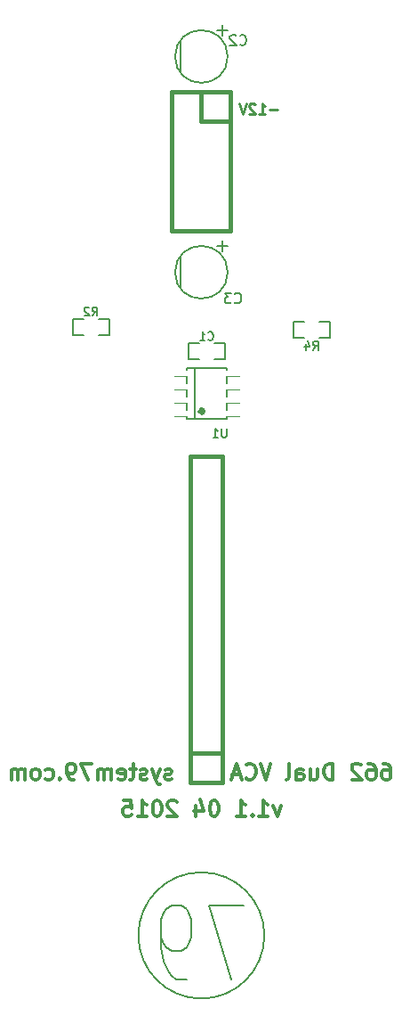
<source format=gbo>
%FSLAX46Y46*%
G04 Gerber Fmt 4.6, Leading zero omitted, Abs format (unit mm)*
G04 Created by KiCad (PCBNEW (2014-09-02 BZR 5112)-product) date 2015-04-07 11:50:48 AM*
%MOMM*%
G01*
G04 APERTURE LIST*
%ADD10C,0.150000*%
%ADD11C,0.300000*%
%ADD12C,0.250000*%
%ADD13C,0.406400*%
%ADD14C,0.066040*%
%ADD15C,0.203200*%
%ADD16C,0.127000*%
%ADD17C,0.381000*%
%ADD18C,0.200000*%
%ADD19C,0.152400*%
%ADD20R,2.199640X0.599440*%
%ADD21R,1.143000X1.397000*%
%ADD22O,3.500000X5.000000*%
%ADD23O,2.000000X3.500000*%
%ADD24O,3.500000X3.500000*%
%ADD25R,1.998980X1.998980*%
%ADD26C,1.998980*%
%ADD27O,2.500000X3.500000*%
%ADD28C,1.750000*%
%ADD29R,1.400000X1.400000*%
%ADD30C,1.400000*%
G04 APERTURE END LIST*
D10*
D11*
X231071426Y-181678571D02*
X230714283Y-182678571D01*
X230357141Y-181678571D01*
X228999998Y-182678571D02*
X229857141Y-182678571D01*
X229428569Y-182678571D02*
X229428569Y-181178571D01*
X229571426Y-181392857D01*
X229714284Y-181535714D01*
X229857141Y-181607143D01*
X228357141Y-182535714D02*
X228285713Y-182607143D01*
X228357141Y-182678571D01*
X228428570Y-182607143D01*
X228357141Y-182535714D01*
X228357141Y-182678571D01*
X226857141Y-182678571D02*
X227714284Y-182678571D01*
X227285712Y-182678571D02*
X227285712Y-181178571D01*
X227428569Y-181392857D01*
X227571427Y-181535714D01*
X227714284Y-181607143D01*
X224785713Y-181178571D02*
X224642856Y-181178571D01*
X224499999Y-181250000D01*
X224428570Y-181321429D01*
X224357141Y-181464286D01*
X224285713Y-181750000D01*
X224285713Y-182107143D01*
X224357141Y-182392857D01*
X224428570Y-182535714D01*
X224499999Y-182607143D01*
X224642856Y-182678571D01*
X224785713Y-182678571D01*
X224928570Y-182607143D01*
X224999999Y-182535714D01*
X225071427Y-182392857D01*
X225142856Y-182107143D01*
X225142856Y-181750000D01*
X225071427Y-181464286D01*
X224999999Y-181321429D01*
X224928570Y-181250000D01*
X224785713Y-181178571D01*
X222999999Y-181678571D02*
X222999999Y-182678571D01*
X223357142Y-181107143D02*
X223714285Y-182178571D01*
X222785713Y-182178571D01*
X221142857Y-181321429D02*
X221071428Y-181250000D01*
X220928571Y-181178571D01*
X220571428Y-181178571D01*
X220428571Y-181250000D01*
X220357142Y-181321429D01*
X220285714Y-181464286D01*
X220285714Y-181607143D01*
X220357142Y-181821429D01*
X221214285Y-182678571D01*
X220285714Y-182678571D01*
X219357143Y-181178571D02*
X219214286Y-181178571D01*
X219071429Y-181250000D01*
X219000000Y-181321429D01*
X218928571Y-181464286D01*
X218857143Y-181750000D01*
X218857143Y-182107143D01*
X218928571Y-182392857D01*
X219000000Y-182535714D01*
X219071429Y-182607143D01*
X219214286Y-182678571D01*
X219357143Y-182678571D01*
X219500000Y-182607143D01*
X219571429Y-182535714D01*
X219642857Y-182392857D01*
X219714286Y-182107143D01*
X219714286Y-181750000D01*
X219642857Y-181464286D01*
X219571429Y-181321429D01*
X219500000Y-181250000D01*
X219357143Y-181178571D01*
X217428572Y-182678571D02*
X218285715Y-182678571D01*
X217857143Y-182678571D02*
X217857143Y-181178571D01*
X218000000Y-181392857D01*
X218142858Y-181535714D01*
X218285715Y-181607143D01*
X216071429Y-181178571D02*
X216785715Y-181178571D01*
X216857144Y-181892857D01*
X216785715Y-181821429D01*
X216642858Y-181750000D01*
X216285715Y-181750000D01*
X216142858Y-181821429D01*
X216071429Y-181892857D01*
X216000001Y-182035714D01*
X216000001Y-182392857D01*
X216071429Y-182535714D01*
X216142858Y-182607143D01*
X216285715Y-182678571D01*
X216642858Y-182678571D01*
X216785715Y-182607143D01*
X216857144Y-182535714D01*
X240821427Y-177678571D02*
X241107141Y-177678571D01*
X241249998Y-177750000D01*
X241321427Y-177821429D01*
X241464284Y-178035714D01*
X241535713Y-178321429D01*
X241535713Y-178892857D01*
X241464284Y-179035714D01*
X241392856Y-179107143D01*
X241249998Y-179178571D01*
X240964284Y-179178571D01*
X240821427Y-179107143D01*
X240749998Y-179035714D01*
X240678570Y-178892857D01*
X240678570Y-178535714D01*
X240749998Y-178392857D01*
X240821427Y-178321429D01*
X240964284Y-178250000D01*
X241249998Y-178250000D01*
X241392856Y-178321429D01*
X241464284Y-178392857D01*
X241535713Y-178535714D01*
X239392856Y-177678571D02*
X239678570Y-177678571D01*
X239821427Y-177750000D01*
X239892856Y-177821429D01*
X240035713Y-178035714D01*
X240107142Y-178321429D01*
X240107142Y-178892857D01*
X240035713Y-179035714D01*
X239964285Y-179107143D01*
X239821427Y-179178571D01*
X239535713Y-179178571D01*
X239392856Y-179107143D01*
X239321427Y-179035714D01*
X239249999Y-178892857D01*
X239249999Y-178535714D01*
X239321427Y-178392857D01*
X239392856Y-178321429D01*
X239535713Y-178250000D01*
X239821427Y-178250000D01*
X239964285Y-178321429D01*
X240035713Y-178392857D01*
X240107142Y-178535714D01*
X238678571Y-177821429D02*
X238607142Y-177750000D01*
X238464285Y-177678571D01*
X238107142Y-177678571D01*
X237964285Y-177750000D01*
X237892856Y-177821429D01*
X237821428Y-177964286D01*
X237821428Y-178107143D01*
X237892856Y-178321429D01*
X238749999Y-179178571D01*
X237821428Y-179178571D01*
X236035714Y-179178571D02*
X236035714Y-177678571D01*
X235678571Y-177678571D01*
X235464286Y-177750000D01*
X235321428Y-177892857D01*
X235250000Y-178035714D01*
X235178571Y-178321429D01*
X235178571Y-178535714D01*
X235250000Y-178821429D01*
X235321428Y-178964286D01*
X235464286Y-179107143D01*
X235678571Y-179178571D01*
X236035714Y-179178571D01*
X233892857Y-178178571D02*
X233892857Y-179178571D01*
X234535714Y-178178571D02*
X234535714Y-178964286D01*
X234464286Y-179107143D01*
X234321428Y-179178571D01*
X234107143Y-179178571D01*
X233964286Y-179107143D01*
X233892857Y-179035714D01*
X232535714Y-179178571D02*
X232535714Y-178392857D01*
X232607143Y-178250000D01*
X232750000Y-178178571D01*
X233035714Y-178178571D01*
X233178571Y-178250000D01*
X232535714Y-179107143D02*
X232678571Y-179178571D01*
X233035714Y-179178571D01*
X233178571Y-179107143D01*
X233250000Y-178964286D01*
X233250000Y-178821429D01*
X233178571Y-178678571D01*
X233035714Y-178607143D01*
X232678571Y-178607143D01*
X232535714Y-178535714D01*
X231607142Y-179178571D02*
X231750000Y-179107143D01*
X231821428Y-178964286D01*
X231821428Y-177678571D01*
X230107143Y-177678571D02*
X229607143Y-179178571D01*
X229107143Y-177678571D01*
X227750000Y-179035714D02*
X227821429Y-179107143D01*
X228035715Y-179178571D01*
X228178572Y-179178571D01*
X228392857Y-179107143D01*
X228535715Y-178964286D01*
X228607143Y-178821429D01*
X228678572Y-178535714D01*
X228678572Y-178321429D01*
X228607143Y-178035714D01*
X228535715Y-177892857D01*
X228392857Y-177750000D01*
X228178572Y-177678571D01*
X228035715Y-177678571D01*
X227821429Y-177750000D01*
X227750000Y-177821429D01*
X227178572Y-178750000D02*
X226464286Y-178750000D01*
X227321429Y-179178571D02*
X226821429Y-177678571D01*
X226321429Y-179178571D01*
X220678571Y-179107143D02*
X220535714Y-179178571D01*
X220249999Y-179178571D01*
X220107142Y-179107143D01*
X220035714Y-178964286D01*
X220035714Y-178892857D01*
X220107142Y-178750000D01*
X220249999Y-178678571D01*
X220464285Y-178678571D01*
X220607142Y-178607143D01*
X220678571Y-178464286D01*
X220678571Y-178392857D01*
X220607142Y-178250000D01*
X220464285Y-178178571D01*
X220249999Y-178178571D01*
X220107142Y-178250000D01*
X219535713Y-178178571D02*
X219178570Y-179178571D01*
X218821428Y-178178571D02*
X219178570Y-179178571D01*
X219321428Y-179535714D01*
X219392856Y-179607143D01*
X219535713Y-179678571D01*
X218321428Y-179107143D02*
X218178571Y-179178571D01*
X217892856Y-179178571D01*
X217749999Y-179107143D01*
X217678571Y-178964286D01*
X217678571Y-178892857D01*
X217749999Y-178750000D01*
X217892856Y-178678571D01*
X218107142Y-178678571D01*
X218249999Y-178607143D01*
X218321428Y-178464286D01*
X218321428Y-178392857D01*
X218249999Y-178250000D01*
X218107142Y-178178571D01*
X217892856Y-178178571D01*
X217749999Y-178250000D01*
X217249999Y-178178571D02*
X216678570Y-178178571D01*
X217035713Y-177678571D02*
X217035713Y-178964286D01*
X216964285Y-179107143D01*
X216821427Y-179178571D01*
X216678570Y-179178571D01*
X215607142Y-179107143D02*
X215749999Y-179178571D01*
X216035713Y-179178571D01*
X216178570Y-179107143D01*
X216249999Y-178964286D01*
X216249999Y-178392857D01*
X216178570Y-178250000D01*
X216035713Y-178178571D01*
X215749999Y-178178571D01*
X215607142Y-178250000D01*
X215535713Y-178392857D01*
X215535713Y-178535714D01*
X216249999Y-178678571D01*
X214892856Y-179178571D02*
X214892856Y-178178571D01*
X214892856Y-178321429D02*
X214821428Y-178250000D01*
X214678570Y-178178571D01*
X214464285Y-178178571D01*
X214321428Y-178250000D01*
X214249999Y-178392857D01*
X214249999Y-179178571D01*
X214249999Y-178392857D02*
X214178570Y-178250000D01*
X214035713Y-178178571D01*
X213821428Y-178178571D01*
X213678570Y-178250000D01*
X213607142Y-178392857D01*
X213607142Y-179178571D01*
X213035713Y-177678571D02*
X212035713Y-177678571D01*
X212678570Y-179178571D01*
X211392857Y-179178571D02*
X211107142Y-179178571D01*
X210964285Y-179107143D01*
X210892857Y-179035714D01*
X210749999Y-178821429D01*
X210678571Y-178535714D01*
X210678571Y-177964286D01*
X210749999Y-177821429D01*
X210821428Y-177750000D01*
X210964285Y-177678571D01*
X211249999Y-177678571D01*
X211392857Y-177750000D01*
X211464285Y-177821429D01*
X211535714Y-177964286D01*
X211535714Y-178321429D01*
X211464285Y-178464286D01*
X211392857Y-178535714D01*
X211249999Y-178607143D01*
X210964285Y-178607143D01*
X210821428Y-178535714D01*
X210749999Y-178464286D01*
X210678571Y-178321429D01*
X210035714Y-179035714D02*
X209964286Y-179107143D01*
X210035714Y-179178571D01*
X210107143Y-179107143D01*
X210035714Y-179035714D01*
X210035714Y-179178571D01*
X208678571Y-179107143D02*
X208821428Y-179178571D01*
X209107142Y-179178571D01*
X209250000Y-179107143D01*
X209321428Y-179035714D01*
X209392857Y-178892857D01*
X209392857Y-178464286D01*
X209321428Y-178321429D01*
X209250000Y-178250000D01*
X209107142Y-178178571D01*
X208821428Y-178178571D01*
X208678571Y-178250000D01*
X207821428Y-179178571D02*
X207964286Y-179107143D01*
X208035714Y-179035714D01*
X208107143Y-178892857D01*
X208107143Y-178464286D01*
X208035714Y-178321429D01*
X207964286Y-178250000D01*
X207821428Y-178178571D01*
X207607143Y-178178571D01*
X207464286Y-178250000D01*
X207392857Y-178321429D01*
X207321428Y-178464286D01*
X207321428Y-178892857D01*
X207392857Y-179035714D01*
X207464286Y-179107143D01*
X207607143Y-179178571D01*
X207821428Y-179178571D01*
X206678571Y-179178571D02*
X206678571Y-178178571D01*
X206678571Y-178321429D02*
X206607143Y-178250000D01*
X206464285Y-178178571D01*
X206250000Y-178178571D01*
X206107143Y-178250000D01*
X206035714Y-178392857D01*
X206035714Y-179178571D01*
X206035714Y-178392857D02*
X205964285Y-178250000D01*
X205821428Y-178178571D01*
X205607143Y-178178571D01*
X205464285Y-178250000D01*
X205392857Y-178392857D01*
X205392857Y-179178571D01*
D12*
X230761905Y-115571429D02*
X230000000Y-115571429D01*
X229000000Y-115952381D02*
X229571429Y-115952381D01*
X229285715Y-115952381D02*
X229285715Y-114952381D01*
X229380953Y-115095238D01*
X229476191Y-115190476D01*
X229571429Y-115238095D01*
X228619048Y-115047619D02*
X228571429Y-115000000D01*
X228476191Y-114952381D01*
X228238095Y-114952381D01*
X228142857Y-115000000D01*
X228095238Y-115047619D01*
X228047619Y-115142857D01*
X228047619Y-115238095D01*
X228095238Y-115380952D01*
X228666667Y-115952381D01*
X228047619Y-115952381D01*
X227761905Y-114952381D02*
X227428572Y-115952381D01*
X227095238Y-114952381D01*
D13*
X223698605Y-144208000D02*
G75*
G03X223698605Y-144208000I-179605J0D01*
G74*
G01*
D14*
X220901200Y-144648840D02*
X220901200Y-144158620D01*
X220901200Y-144158620D02*
X222001020Y-144158620D01*
X222001020Y-144648840D02*
X222001020Y-144158620D01*
X220901200Y-144648840D02*
X222001020Y-144648840D01*
X220901200Y-143378840D02*
X220901200Y-142888620D01*
X220901200Y-142888620D02*
X222001020Y-142888620D01*
X222001020Y-143378840D02*
X222001020Y-142888620D01*
X220901200Y-143378840D02*
X222001020Y-143378840D01*
X220901200Y-142111380D02*
X220901200Y-141621160D01*
X220901200Y-141621160D02*
X222001020Y-141621160D01*
X222001020Y-142111380D02*
X222001020Y-141621160D01*
X220901200Y-142111380D02*
X222001020Y-142111380D01*
X220901200Y-140841380D02*
X220901200Y-140351160D01*
X220901200Y-140351160D02*
X222001020Y-140351160D01*
X222001020Y-140841380D02*
X222001020Y-140351160D01*
X220901200Y-140841380D02*
X222001020Y-140841380D01*
X225998980Y-140841380D02*
X225998980Y-140351160D01*
X225998980Y-140351160D02*
X227098800Y-140351160D01*
X227098800Y-140841380D02*
X227098800Y-140351160D01*
X225998980Y-140841380D02*
X227098800Y-140841380D01*
X225998980Y-142111380D02*
X225998980Y-141621160D01*
X225998980Y-141621160D02*
X227098800Y-141621160D01*
X227098800Y-142111380D02*
X227098800Y-141621160D01*
X225998980Y-142111380D02*
X227098800Y-142111380D01*
X225998980Y-143378840D02*
X225998980Y-142888620D01*
X225998980Y-142888620D02*
X227098800Y-142888620D01*
X227098800Y-143378840D02*
X227098800Y-142888620D01*
X225998980Y-143378840D02*
X227098800Y-143378840D01*
X225998980Y-144648840D02*
X225998980Y-144158620D01*
X225998980Y-144158620D02*
X227098800Y-144158620D01*
X227098800Y-144648840D02*
X227098800Y-144158620D01*
X225998980Y-144648840D02*
X227098800Y-144648840D01*
D15*
X225899920Y-140102240D02*
X222600460Y-140102240D01*
X222600460Y-140102240D02*
X222100080Y-140102240D01*
X222100080Y-140102240D02*
X222100080Y-144897760D01*
X222100080Y-144897760D02*
X222600460Y-144897760D01*
X222600460Y-144897760D02*
X225899920Y-144897760D01*
X225899920Y-144897760D02*
X225899920Y-140102240D01*
X222854460Y-140102240D02*
X222854460Y-144897760D01*
D16*
X224711200Y-139262000D02*
X225727200Y-139262000D01*
X225727200Y-139262000D02*
X225727200Y-137738000D01*
X225727200Y-137738000D02*
X224711200Y-137738000D01*
X223288800Y-137738000D02*
X222272800Y-137738000D01*
X222272800Y-137738000D02*
X222272800Y-139262000D01*
X222272800Y-139262000D02*
X223288800Y-139262000D01*
X234711200Y-137262000D02*
X235727200Y-137262000D01*
X235727200Y-137262000D02*
X235727200Y-135738000D01*
X235727200Y-135738000D02*
X234711200Y-135738000D01*
X233288800Y-135738000D02*
X232272800Y-135738000D01*
X232272800Y-135738000D02*
X232272800Y-137262000D01*
X232272800Y-137262000D02*
X233288800Y-137262000D01*
X213711200Y-137012000D02*
X214727200Y-137012000D01*
X214727200Y-137012000D02*
X214727200Y-135488000D01*
X214727200Y-135488000D02*
X213711200Y-135488000D01*
X212288800Y-135488000D02*
X211272800Y-135488000D01*
X211272800Y-135488000D02*
X211272800Y-137012000D01*
X211272800Y-137012000D02*
X212288800Y-137012000D01*
D17*
X222476000Y-153586000D02*
X222476000Y-148506000D01*
X225524000Y-153586000D02*
X225524000Y-148506000D01*
X222476000Y-179494000D02*
X222476000Y-153586000D01*
X225524000Y-179494000D02*
X225524000Y-153586000D01*
X225524000Y-148506000D02*
X222476000Y-148506000D01*
X225524000Y-176700000D02*
X222476000Y-176700000D01*
X225524000Y-179494000D02*
X222476000Y-179494000D01*
X220706000Y-127104000D02*
X226294000Y-127104000D01*
X226294000Y-127104000D02*
X226294000Y-113896000D01*
X220706000Y-113896000D02*
X220706000Y-127104000D01*
X223500000Y-116690000D02*
X226294000Y-116690000D01*
X223500000Y-116690000D02*
X223500000Y-113896000D01*
X226294000Y-113896000D02*
X220706000Y-113896000D01*
D10*
X221500000Y-109000000D02*
X221500000Y-112000000D01*
X226000000Y-108000000D02*
X225000000Y-108000000D01*
X225500000Y-108500000D02*
X225500000Y-107500000D01*
X226000000Y-110500000D02*
G75*
G03X226000000Y-110500000I-2500000J0D01*
G74*
G01*
X221500000Y-129500000D02*
X221500000Y-132500000D01*
X226000000Y-128500000D02*
X225000000Y-128500000D01*
X225500000Y-129000000D02*
X225500000Y-128000000D01*
X226000000Y-131000000D02*
G75*
G03X226000000Y-131000000I-2500000J0D01*
G74*
G01*
D18*
X229500000Y-194000000D02*
G75*
G03X229500000Y-194000000I-6000000J0D01*
G74*
G01*
D19*
X225889276Y-145864895D02*
X225889276Y-146522876D01*
X225850571Y-146600286D01*
X225811867Y-146638990D01*
X225734457Y-146677695D01*
X225579638Y-146677695D01*
X225502229Y-146638990D01*
X225463524Y-146600286D01*
X225424819Y-146522876D01*
X225424819Y-145864895D01*
X224612019Y-146677695D02*
X225076476Y-146677695D01*
X224844247Y-146677695D02*
X224844247Y-145864895D01*
X224921657Y-145981010D01*
X224999066Y-146058419D01*
X225076476Y-146097124D01*
X224135466Y-137393286D02*
X224174171Y-137431990D01*
X224290285Y-137470695D01*
X224367695Y-137470695D01*
X224483809Y-137431990D01*
X224561218Y-137354581D01*
X224599923Y-137277171D01*
X224638628Y-137122352D01*
X224638628Y-137006238D01*
X224599923Y-136851419D01*
X224561218Y-136774010D01*
X224483809Y-136696600D01*
X224367695Y-136657895D01*
X224290285Y-136657895D01*
X224174171Y-136696600D01*
X224135466Y-136735305D01*
X223361371Y-137470695D02*
X223825828Y-137470695D01*
X223593599Y-137470695D02*
X223593599Y-136657895D01*
X223671009Y-136774010D01*
X223748418Y-136851419D01*
X223825828Y-136890124D01*
X234135466Y-138367695D02*
X234406399Y-137980648D01*
X234599923Y-138367695D02*
X234599923Y-137554895D01*
X234290285Y-137554895D01*
X234212876Y-137593600D01*
X234174171Y-137632305D01*
X234135466Y-137709714D01*
X234135466Y-137825829D01*
X234174171Y-137903238D01*
X234212876Y-137941943D01*
X234290285Y-137980648D01*
X234599923Y-137980648D01*
X233438780Y-137825829D02*
X233438780Y-138367695D01*
X233632304Y-137516190D02*
X233825828Y-138096762D01*
X233322666Y-138096762D01*
X213135466Y-135117695D02*
X213406399Y-134730648D01*
X213599923Y-135117695D02*
X213599923Y-134304895D01*
X213290285Y-134304895D01*
X213212876Y-134343600D01*
X213174171Y-134382305D01*
X213135466Y-134459714D01*
X213135466Y-134575829D01*
X213174171Y-134653238D01*
X213212876Y-134691943D01*
X213290285Y-134730648D01*
X213599923Y-134730648D01*
X212825828Y-134382305D02*
X212787123Y-134343600D01*
X212709714Y-134304895D01*
X212516190Y-134304895D01*
X212438780Y-134343600D01*
X212400076Y-134382305D01*
X212361371Y-134459714D01*
X212361371Y-134537124D01*
X212400076Y-134653238D01*
X212864533Y-135117695D01*
X212361371Y-135117695D01*
D10*
X227166666Y-109357143D02*
X227214285Y-109404762D01*
X227357142Y-109452381D01*
X227452380Y-109452381D01*
X227595238Y-109404762D01*
X227690476Y-109309524D01*
X227738095Y-109214286D01*
X227785714Y-109023810D01*
X227785714Y-108880952D01*
X227738095Y-108690476D01*
X227690476Y-108595238D01*
X227595238Y-108500000D01*
X227452380Y-108452381D01*
X227357142Y-108452381D01*
X227214285Y-108500000D01*
X227166666Y-108547619D01*
X226785714Y-108547619D02*
X226738095Y-108500000D01*
X226642857Y-108452381D01*
X226404761Y-108452381D01*
X226309523Y-108500000D01*
X226261904Y-108547619D01*
X226214285Y-108642857D01*
X226214285Y-108738095D01*
X226261904Y-108880952D01*
X226833333Y-109452381D01*
X226214285Y-109452381D01*
X226666666Y-133857143D02*
X226714285Y-133904762D01*
X226857142Y-133952381D01*
X226952380Y-133952381D01*
X227095238Y-133904762D01*
X227190476Y-133809524D01*
X227238095Y-133714286D01*
X227285714Y-133523810D01*
X227285714Y-133380952D01*
X227238095Y-133190476D01*
X227190476Y-133095238D01*
X227095238Y-133000000D01*
X226952380Y-132952381D01*
X226857142Y-132952381D01*
X226714285Y-133000000D01*
X226666666Y-133047619D01*
X226333333Y-132952381D02*
X225714285Y-132952381D01*
X226047619Y-133333333D01*
X225904761Y-133333333D01*
X225809523Y-133380952D01*
X225761904Y-133428571D01*
X225714285Y-133523810D01*
X225714285Y-133761905D01*
X225761904Y-133857143D01*
X225809523Y-133904762D01*
X225904761Y-133952381D01*
X226190476Y-133952381D01*
X226285714Y-133904762D01*
X226333333Y-133857143D01*
D18*
X227547619Y-191166667D02*
X224214286Y-191166667D01*
X226357143Y-198166667D01*
X222071429Y-198166667D02*
X221119048Y-198166667D01*
X220642857Y-197833333D01*
X220404762Y-197500000D01*
X219928571Y-196500000D01*
X219690476Y-195166667D01*
X219690476Y-192500000D01*
X219928571Y-191833333D01*
X220166667Y-191500000D01*
X220642857Y-191166667D01*
X221595238Y-191166667D01*
X222071429Y-191500000D01*
X222309524Y-191833333D01*
X222547619Y-192500000D01*
X222547619Y-194166667D01*
X222309524Y-194833333D01*
X222071429Y-195166667D01*
X221595238Y-195500000D01*
X220642857Y-195500000D01*
X220166667Y-195166667D01*
X219928571Y-194833333D01*
X219690476Y-194166667D01*
%LPC*%
D20*
X221401580Y-144405000D03*
X221401580Y-143135000D03*
X221401580Y-141865000D03*
X221401580Y-140595000D03*
X226598420Y-140595000D03*
X226598420Y-141865000D03*
X226598420Y-143135000D03*
X226598420Y-144405000D03*
D21*
X225079500Y-138500000D03*
X222920500Y-138500000D03*
X235079500Y-136500000D03*
X232920500Y-136500000D03*
X214079500Y-136250000D03*
X211920500Y-136250000D03*
D22*
X229300000Y-186500000D03*
D23*
X238700000Y-186500000D03*
D24*
X234000000Y-181600000D03*
X234000000Y-189800000D03*
D22*
X208300000Y-186500000D03*
D23*
X217700000Y-186500000D03*
D24*
X213000000Y-181600000D03*
X213000000Y-189800000D03*
D22*
X229300000Y-201500000D03*
D23*
X238700000Y-201500000D03*
D24*
X234000000Y-196600000D03*
X234000000Y-204800000D03*
D22*
X208300000Y-201500000D03*
D23*
X217700000Y-201500000D03*
D24*
X213000000Y-196600000D03*
X213000000Y-204800000D03*
D22*
X208300000Y-171500000D03*
D23*
X217700000Y-171500000D03*
D24*
X213000000Y-166600000D03*
X213000000Y-174800000D03*
D22*
X229300000Y-171500000D03*
D23*
X238700000Y-171500000D03*
D24*
X234000000Y-166600000D03*
X234000000Y-174800000D03*
D25*
X224000000Y-177970000D03*
D26*
X224000000Y-175430000D03*
X224000000Y-172890000D03*
X224000000Y-170350000D03*
X224000000Y-167810000D03*
X224000000Y-165270000D03*
X224000000Y-162730000D03*
X224000000Y-160190000D03*
X224000000Y-157650000D03*
X224000000Y-155110000D03*
X224000000Y-152570000D03*
X224000000Y-150030000D03*
X224770000Y-123040000D03*
X224770000Y-120500000D03*
X224770000Y-125580000D03*
X224770000Y-117960000D03*
D25*
X224770000Y-115420000D03*
D26*
X222230000Y-115420000D03*
X222230000Y-117960000D03*
X222230000Y-120500000D03*
X222230000Y-123040000D03*
X222230000Y-125580000D03*
D27*
X238800000Y-152000000D03*
X229200000Y-152000000D03*
D28*
X236500000Y-159500000D03*
X234000000Y-159500000D03*
X231500000Y-159500000D03*
D27*
X217800000Y-112000000D03*
X208200000Y-112000000D03*
D28*
X215500000Y-119500000D03*
X213000000Y-119500000D03*
X210500000Y-119500000D03*
D27*
X217800000Y-132000000D03*
X208200000Y-132000000D03*
D28*
X215500000Y-139500000D03*
X213000000Y-139500000D03*
X210500000Y-139500000D03*
D27*
X217800000Y-152000000D03*
X208200000Y-152000000D03*
D28*
X215500000Y-159500000D03*
X213000000Y-159500000D03*
X210500000Y-159500000D03*
D27*
X238800000Y-132000000D03*
X229200000Y-132000000D03*
D28*
X236500000Y-139500000D03*
X234000000Y-139500000D03*
X231500000Y-139500000D03*
D27*
X238800000Y-112000000D03*
X229200000Y-112000000D03*
D28*
X236500000Y-119500000D03*
X234000000Y-119500000D03*
X231500000Y-119500000D03*
D29*
X224500000Y-110500000D03*
D30*
X222500000Y-110500000D03*
D29*
X224500000Y-131000000D03*
D30*
X222500000Y-131000000D03*
M02*

</source>
